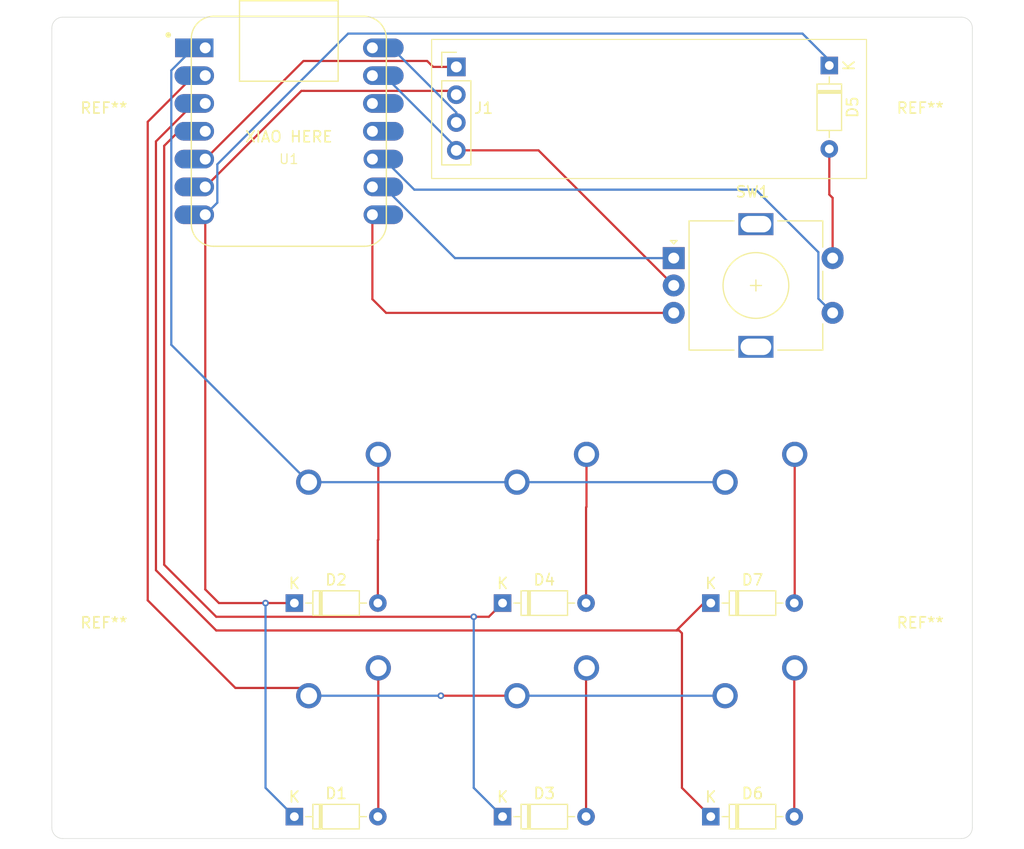
<source format=kicad_pcb>
(kicad_pcb (version 20240108) (generator "pcbnew") (generator_version "8.0")
  (layers (0 "F.Cu" signal) (31 "B.Cu" signal) (34 "B.Paste" user) (35 "F.Paste" user) (36 "B.SilkS" user "B.Silkscreen") (37 "F.SilkS" user "F.Silkscreen") (38 "B.Mask" user) (39 "F.Mask" user) (44 "Edge.Cuts" user))
  (net 0 "")
  (net 1 "Net-(D1-A)")
  (net 2 "ROW0")
  (net 3 "Net-(D2-A)")
  (net 4 "ROW1")
  (net 5 "EC11A")
  (net 6 "EC11SWA")
  (net 7 "GND")
  (net 8 "EC11B")
  (net 9 "COL0")
  (net 10 "COL1")
  (net 11 "Net-(D3-A)")
  (net 12 "Net-(D6-A)")
  (net 13 "VCC")
  (net 15 "Net-(D4-A)")
  (net 16 "SDA")
  (net 17 "SCL")
  (net 18 "COL2")
  (net 19 "ROW2")
  (net 20 "Net-(D7-A)")
  (footprint "Diode_THT:D_DO-35_SOD27_P7.62mm_Horizontal" (layer "F.Cu") (at 155.38 130)
    (property "Reference" "D4" (at 3.81 -2.12 0) (layer "F.SilkS"))
    (property "Value" "D")
    (fp_line (start 1.04 0) (end 1.69 0) (stroke (width 0.12)) (layer "F.SilkS"))
    (fp_line (start 1.69 -1.12) (end 1.69 1.12) (stroke (width 0.12)) (layer "F.SilkS"))
    (fp_line (start 1.69 1.12) (end 5.93 1.12) (stroke (width 0.12)) (layer "F.SilkS"))
    (fp_line (start 2.29 -1.12) (end 2.29 1.12) (stroke (width 0.12)) (layer "F.SilkS"))
    (fp_line (start 2.41 -1.12) (end 2.41 1.12) (stroke (width 0.12)) (layer "F.SilkS"))
    (fp_line (start 2.53 -1.12) (end 2.53 1.12) (stroke (width 0.12)) (layer "F.SilkS"))
    (fp_line (start 5.93 -1.12) (end 1.69 -1.12) (stroke (width 0.12)) (layer "F.SilkS"))
    (fp_line (start 5.93 1.12) (end 5.93 -1.12) (stroke (width 0.12)) (layer "F.SilkS"))
    (fp_line (start 6.58 0) (end 5.93 0) (stroke (width 0.12)) (layer "F.SilkS"))
    (fp_text user "K" (at 0 -1.8 0) (layer "F.SilkS"))
    (pad "1" thru_hole rect (at 0 0) (size 1.6 1.6) (drill 0.8) (layers "*.Cu" "*.Mask") (net 4 "ROW1"))
    (pad "2" thru_hole oval (at 7.62 0) (size 1.6 1.6) (drill 0.8) (layers "*.Cu" "*.Mask") (net 15 "Net-(D4-A)"))
  )
  (footprint "Seeed Studio XIAO Series Library:XIAO-Generic-Hybrid-14P-2.54-21X17.8MM" (layer "F.Cu") (at 135.875 86.92)
    (property "Reference" "U1" (at 0 2.54 0) (layer "F.SilkS") (effects (font (size 0.889 0.889) (thickness 0.1016))))
    (property "Value" "Seeed Studio XIAO RP2040" (hide yes))
    (fp_line (start -8.9 -8.5) (end -8.9 8.5) (stroke (width 0.127)) (layer "F.SilkS"))
    (fp_line (start -6.9 10.5) (end 6.9 10.5) (stroke (width 0.127)) (layer "F.SilkS"))
    (fp_line (start -4.5 -11.92403) (end 4.5 -11.92403) (stroke (width 0.127)) (layer "F.SilkS"))
    (fp_line (start -4.5 -4.57073) (end -4.5 -11.92403) (stroke (width 0.127)) (layer "F.SilkS"))
    (fp_line (start 4.5 -11.92403) (end 4.5 -4.57073) (stroke (width 0.127)) (layer "F.SilkS"))
    (fp_line (start 4.5 -4.57073) (end -4.5 -4.57073) (stroke (width 0.127)) (layer "F.SilkS"))
    (fp_line (start 6.9 -10.49909) (end -6.9 -10.49909) (stroke (width 0.127)) (layer "F.SilkS"))
    (fp_line (start 8.9 8.5) (end 8.9 -8.5) (stroke (width 0.127)) (layer "F.SilkS"))
    (fp_arc (start -8.9 -8.5) (mid -8.301491 -9.901491) (end -6.9 -10.5) (stroke (width 0.12)) (layer "F.SilkS"))
    (fp_arc (start -6.9 10.5) (mid -8.301423 9.901423) (end -8.9 8.5) (stroke (width 0.12)) (layer "F.SilkS"))
    (fp_arc (start 6.9 -10.5) (mid 8.301494 -9.901494) (end 8.9 -8.5) (stroke (width 0.12)) (layer "F.SilkS"))
    (fp_arc (start 8.9 8.5) (mid 8.314214 9.914214) (end 6.9 10.5) (stroke (width 0.12)) (layer "F.SilkS"))
    (fp_circle (center -11 -8.8) (end -11 -9.054) (fill solid) (layer "F.SilkS"))
    (fp_poly (pts (xy -8.887715 -8.561705) (xy -8.884667 -8.610473) (xy -8.880603 -8.659494)) (stroke (width 0.0254)) (fill none) (layer "F.SilkS"))
    (fp_poly (pts (xy 8.889492 8.521574) (xy 8.887713 8.57085) (xy 8.884665 8.619618) (xy 8.880601 8.668639) (xy 8.875268 8.717407) (xy 8.868664 8.766175) (xy 8.861044 8.81469) (xy 8.852153 8.86295) (xy 8.842248 8.910955)) (stroke (width 0.0254)) (fill none) (layer "F.SilkS"))
    (fp_text user "XIAO HERE" (at 0 0.5 0) (layer "F.SilkS"))
    (pad "1" thru_hole rect (at -7.625 -7.62) (size 3.5 1.7) (drill 1 (offset -1 0)) (layers "*.Cu" "*.Mask") (net 10 "COL1"))
    (pad "2" thru_hole oval (at -7.625 -5.08) (size 3.6 1.7) (drill 1 (offset -1 0)) (layers "*.Cu" "*.Mask") (net 9 "COL0"))
    (pad "3" thru_hole oval (at -7.625 -2.54) (size 3.6 1.7) (drill 1 (offset -1 0)) (layers "*.Cu" "*.Mask") (net 19 "ROW2"))
    (pad "4" thru_hole oval (at -7.625 0) (size 3.6 1.7) (drill 1 (offset -1 0)) (layers "*.Cu" "*.Mask") (net 4 "ROW1"))
    (pad "5" thru_hole oval (at -7.625 2.54) (size 3.6 1.7) (drill 1 (offset -1 0)) (layers "*.Cu" "*.Mask") (net 16 "SDA"))
    (pad "6" thru_hole oval (at -7.625 5.08 180) (size 3.6 1.7) (drill 1 (offset 1 0)) (layers "*.Cu" "*.Mask") (net 17 "SCL"))
    (pad "7" thru_hole oval (at -7.625 7.62) (size 3.6 1.7) (drill 1 (offset -1 0)) (layers "*.Cu" "*.Mask") (net 2 "ROW0"))
    (pad "8" thru_hole oval (at 7.625 7.62) (size 3.6 1.7) (drill 1 (offset 1 0)) (layers "*.Cu" "*.Mask") (net 8 "EC11B"))
    (pad "9" thru_hole oval (at 7.625 5.08) (size 3.6 1.7) (drill 1 (offset 1 0)) (layers "*.Cu" "*.Mask") (net 5 "EC11A"))
    (pad "10" thru_hole oval (at 7.625 2.54) (size 3.6 1.7) (drill 1 (offset 1 0)) (layers "*.Cu" "*.Mask") (net 18 "COL2"))
    (pad "11" thru_hole oval (at 7.625 0) (size 3.7 1.7) (drill 1 (offset 1 0)) (layers "*.Cu" "*.Mask"))
    (pad "12" thru_hole oval (at 7.625 -2.54) (size 3.7 1.7) (drill 1 (offset 1 0)) (layers "*.Cu" "*.Mask"))
    (pad "13" thru_hole oval (at 7.625 -5.08) (size 3.7 1.7) (drill 1 (offset 1 0)) (layers "*.Cu" "*.Mask") (net 7 "GND"))
    (pad "14" thru_hole oval (at 7.625 -7.62) (size 3.7 1.7) (drill 1 (offset 1 0)) (layers "*.Cu" "*.Mask") (net 13 "VCC"))
  )
  (footprint "MountingHole:MountingHole_3.2mm_M3" (layer "F.Cu") (at 193.5 136)
    (property "Reference" "REF**" (at 0 -4.2 0) (layer "F.SilkS"))
    (property "Value" "MountingHole_3.2mm_M3")
    (pad "" np_thru_hole circle (at 0 0) (size 3.2 3.2) (drill 3.2) (layers "*.Cu" "*.Mask"))
  )
  (footprint "Diode_THT:D_DO-35_SOD27_P7.62mm_Horizontal" (layer "F.Cu") (at 136.38 149.5)
    (property "Reference" "D1" (at 3.81 -2.12 0) (layer "F.SilkS"))
    (property "Value" "D")
    (fp_line (start 1.04 0) (end 1.69 0) (stroke (width 0.12)) (layer "F.SilkS"))
    (fp_line (start 1.69 -1.12) (end 1.69 1.12) (stroke (width 0.12)) (layer "F.SilkS"))
    (fp_line (start 1.69 1.12) (end 5.93 1.12) (stroke (width 0.12)) (layer "F.SilkS"))
    (fp_line (start 2.29 -1.12) (end 2.29 1.12) (stroke (width 0.12)) (layer "F.SilkS"))
    (fp_line (start 2.41 -1.12) (end 2.41 1.12) (stroke (width 0.12)) (layer "F.SilkS"))
    (fp_line (start 2.53 -1.12) (end 2.53 1.12) (stroke (width 0.12)) (layer "F.SilkS"))
    (fp_line (start 5.93 -1.12) (end 1.69 -1.12) (stroke (width 0.12)) (layer "F.SilkS"))
    (fp_line (start 5.93 1.12) (end 5.93 -1.12) (stroke (width 0.12)) (layer "F.SilkS"))
    (fp_line (start 6.58 0) (end 5.93 0) (stroke (width 0.12)) (layer "F.SilkS"))
    (fp_text user "K" (at 0 -1.8 0) (layer "F.SilkS"))
    (pad "1" thru_hole rect (at 0 0) (size 1.6 1.6) (drill 0.8) (layers "*.Cu" "*.Mask") (net 2 "ROW0"))
    (pad "2" thru_hole oval (at 7.62 0) (size 1.6 1.6) (drill 0.8) (layers "*.Cu" "*.Mask") (net 1 "Net-(D1-A)"))
  )
  (footprint "Connector_PinHeader_2.54mm:PinHeader_1x04_P2.54mm_Vertical" (layer "F.Cu") (at 151.160138 81.039999)
    (property "Reference" "J1" (at 2.489 3.768 0) (layer "F.SilkS"))
    (property "Value" "OLED_DISPLAY")
    (fp_line (start -1.33 -1.33) (end 0 -1.33) (stroke (width 0.12)) (layer "F.SilkS"))
    (fp_line (start -1.33 0) (end -1.33 -1.33) (stroke (width 0.12)) (layer "F.SilkS"))
    (fp_line (start -1.33 1.27) (end -1.33 8.95) (stroke (width 0.12)) (layer "F.SilkS"))
    (fp_line (start -1.33 1.27) (end 1.33 1.27) (stroke (width 0.12)) (layer "F.SilkS"))
    (fp_line (start -1.33 8.95) (end 1.33 8.95) (stroke (width 0.12)) (layer "F.SilkS"))
    (fp_line (start 1.33 1.27) (end 1.33 8.95) (stroke (width 0.12)) (layer "F.SilkS"))
    (pad "1" thru_hole rect (at 0 0) (size 1.7 1.7) (drill 1) (layers "*.Cu" "*.Mask") (net 16 "SDA"))
    (pad "2" thru_hole oval (at 0 2.54) (size 1.7 1.7) (drill 1) (layers "*.Cu" "*.Mask") (net 17 "SCL"))
    (pad "3" thru_hole oval (at 0 5.08) (size 1.7 1.7) (drill 1) (layers "*.Cu" "*.Mask") (net 13 "VCC"))
    (pad "4" thru_hole oval (at 0 7.62) (size 1.7 1.7) (drill 1) (layers "*.Cu" "*.Mask") (net 7 "GND"))
  )
  (footprint "MX_Solderable:MX-Solderable-1U" (layer "F.Cu") (at 179.5 141)
    (property "Reference" "SW6")
    (property "Value" "SW_Push_45deg")
    (pad "" np_thru_hole circle (at -5.08 0 48.099) (size 1.7018 1.7018) (drill 1.7018) (layers "F&B.Cu" "*.Mask"))
    (pad "" np_thru_hole circle (at 0 0) (size 3.9878 3.9878) (drill 3.9878) (layers "*.Cu" "*.Mask"))
    (pad "" np_thru_hole circle (at 5.08 0 48.099) (size 1.7018 1.7018) (drill 1.7018) (layers "F&B.Cu" "*.Mask"))
    (pad "1" thru_hole circle (at -3.81 -2.54) (size 2.3 2.3) (drill 1.524) (layers "*.Cu" "B.Mask") (net 9 "COL0"))
    (pad "2" thru_hole circle (at 2.54 -5.08) (size 2.3 2.3) (drill 1.524) (layers "*.Cu" "B.Mask") (net 12 "Net-(D6-A)"))
  )
  (footprint "MX_Solderable:MX-Solderable-1U" (layer "F.Cu") (at 160.5 121.5)
    (property "Reference" "SW4")
    (property "Value" "SW_Push_45deg")
    (pad "" np_thru_hole circle (at -5.08 0 48.099) (size 1.7018 1.7018) (drill 1.7018) (layers "F&B.Cu" "*.Mask"))
    (pad "" np_thru_hole circle (at 0 0) (size 3.9878 3.9878) (drill 3.9878) (layers "*.Cu" "*.Mask"))
    (pad "" np_thru_hole circle (at 5.08 0 48.099) (size 1.7018 1.7018) (drill 1.7018) (layers "F&B.Cu" "*.Mask"))
    (pad "1" thru_hole circle (at -3.81 -2.54) (size 2.3 2.3) (drill 1.524) (layers "*.Cu" "B.Mask") (net 10 "COL1"))
    (pad "2" thru_hole circle (at 2.54 -5.08) (size 2.3 2.3) (drill 1.524) (layers "*.Cu" "B.Mask") (net 15 "Net-(D4-A)"))
  )
  (footprint "MX_Solderable:MX-Solderable-1U" (layer "F.Cu") (at 141.5 121.5)
    (property "Reference" "SW5")
    (property "Value" "SW_Push_45deg")
    (pad "" np_thru_hole circle (at -5.08 0 48.099) (size 1.7018 1.7018) (drill 1.7018) (layers "F&B.Cu" "*.Mask"))
    (pad "" np_thru_hole circle (at 0 0) (size 3.9878 3.9878) (drill 3.9878) (layers "*.Cu" "*.Mask"))
    (pad "" np_thru_hole circle (at 5.08 0 48.099) (size 1.7018 1.7018) (drill 1.7018) (layers "F&B.Cu" "*.Mask"))
    (pad "1" thru_hole circle (at -3.81 -2.54) (size 2.3 2.3) (drill 1.524) (layers "*.Cu" "B.Mask") (net 10 "COL1"))
    (pad "2" thru_hole circle (at 2.54 -5.08) (size 2.3 2.3) (drill 1.524) (layers "*.Cu" "B.Mask") (net 3 "Net-(D2-A)"))
  )
  (footprint "MountingHole:MountingHole_3.2mm_M3" (layer "F.Cu") (at 193.5 89)
    (property "Reference" "REF**" (at 0 -4.2 0) (layer "F.SilkS"))
    (property "Value" "MountingHole_3.2mm_M3")
    (pad "" np_thru_hole circle (at 0 0) (size 3.2 3.2) (drill 3.2) (layers "*.Cu" "*.Mask"))
  )
  (footprint "Diode_THT:D_DO-35_SOD27_P7.62mm_Horizontal" (layer "F.Cu") (at 174.38 130)
    (property "Reference" "D7" (at 3.81 -2.12 0) (layer "F.SilkS"))
    (property "Value" "D")
    (fp_line (start 1.04 0) (end 1.69 0) (stroke (width 0.12)) (layer "F.SilkS"))
    (fp_line (start 1.69 -1.12) (end 1.69 1.12) (stroke (width 0.12)) (layer "F.SilkS"))
    (fp_line (start 1.69 1.12) (end 5.93 1.12) (stroke (width 0.12)) (layer "F.SilkS"))
    (fp_line (start 2.29 -1.12) (end 2.29 1.12) (stroke (width 0.12)) (layer "F.SilkS"))
    (fp_line (start 2.41 -1.12) (end 2.41 1.12) (stroke (width 0.12)) (layer "F.SilkS"))
    (fp_line (start 2.53 -1.12) (end 2.53 1.12) (stroke (width 0.12)) (layer "F.SilkS"))
    (fp_line (start 5.93 -1.12) (end 1.69 -1.12) (stroke (width 0.12)) (layer "F.SilkS"))
    (fp_line (start 5.93 1.12) (end 5.93 -1.12) (stroke (width 0.12)) (layer "F.SilkS"))
    (fp_line (start 6.58 0) (end 5.93 0) (stroke (width 0.12)) (layer "F.SilkS"))
    (fp_text user "K" (at 0 -1.8 0) (layer "F.SilkS"))
    (pad "1" thru_hole rect (at 0 0) (size 1.6 1.6) (drill 0.8) (layers "*.Cu" "*.Mask") (net 19 "ROW2"))
    (pad "2" thru_hole oval (at 7.62 0) (size 1.6 1.6) (drill 0.8) (layers "*.Cu" "*.Mask") (net 20 "Net-(D7-A)"))
  )
  (footprint "MountingHole:MountingHole_3.2mm_M3" (layer "F.Cu") (at 119 89)
    (property "Reference" "REF**" (at 0 -4.2 0) (layer "F.SilkS"))
    (property "Value" "MountingHole_3.2mm_M3")
    (pad "" np_thru_hole circle (at 0 0) (size 3.2 3.2) (drill 3.2) (layers "*.Cu" "*.Mask"))
  )
  (footprint "Diode_THT:D_DO-35_SOD27_P7.62mm_Horizontal" (layer "F.Cu") (at 136.38 130)
    (property "Reference" "D2" (at 3.81 -2.12 0) (layer "F.SilkS"))
    (property "Value" "D")
    (fp_line (start 1.04 0) (end 1.69 0) (stroke (width 0.12)) (layer "F.SilkS"))
    (fp_line (start 1.69 -1.12) (end 1.69 1.12) (stroke (width 0.12)) (layer "F.SilkS"))
    (fp_line (start 1.69 1.12) (end 5.93 1.12) (stroke (width 0.12)) (layer "F.SilkS"))
    (fp_line (start 2.29 -1.12) (end 2.29 1.12) (stroke (width 0.12)) (layer "F.SilkS"))
    (fp_line (start 2.41 -1.12) (end 2.41 1.12) (stroke (width 0.12)) (layer "F.SilkS"))
    (fp_line (start 2.53 -1.12) (end 2.53 1.12) (stroke (width 0.12)) (layer "F.SilkS"))
    (fp_line (start 5.93 -1.12) (end 1.69 -1.12) (stroke (width 0.12)) (layer "F.SilkS"))
    (fp_line (start 5.93 1.12) (end 5.93 -1.12) (stroke (width 0.12)) (layer "F.SilkS"))
    (fp_line (start 6.58 0) (end 5.93 0) (stroke (width 0.12)) (layer "F.SilkS"))
    (fp_text user "K" (at 0 -1.8 0) (layer "F.SilkS"))
    (pad "1" thru_hole rect (at 0 0) (size 1.6 1.6) (drill 0.8) (layers "*.Cu" "*.Mask") (net 2 "ROW0"))
    (pad "2" thru_hole oval (at 7.62 0) (size 1.6 1.6) (drill 0.8) (layers "*.Cu" "*.Mask") (net 3 "Net-(D2-A)"))
  )
  (footprint "Rotary_Encoder:RotaryEncoder_Alps_EC11E-Switch_Vertical_H20mm" (layer "F.Cu") (at 171 98.5)
    (property "Reference" "SW1" (at 7.179 -6.05275 0) (layer "F.SilkS"))
    (property "Value" "RotaryEncoder_Switch")
    (fp_line (start -0.3 -1.6) (end 0.3 -1.6) (stroke (width 0.12)) (layer "F.SilkS"))
    (fp_line (start 0 -1.3) (end -0.3 -1.6) (stroke (width 0.12)) (layer "F.SilkS"))
    (fp_line (start 0.3 -1.6) (end 0 -1.3) (stroke (width 0.12)) (layer "F.SilkS"))
    (fp_line (start 1.4 -3.4) (end 1.4 8.4) (stroke (width 0.12)) (layer "F.SilkS"))
    (fp_line (start 5.5 -3.4) (end 1.4 -3.4) (stroke (width 0.12)) (layer "F.SilkS"))
    (fp_line (start 5.5 8.4) (end 1.4 8.4) (stroke (width 0.12)) (layer "F.SilkS"))
    (fp_line (start 7 2.5) (end 8 2.5) (stroke (width 0.12)) (layer "F.SilkS"))
    (fp_line (start 7.5 2) (end 7.5 3) (stroke (width 0.12)) (layer "F.SilkS"))
    (fp_line (start 9.5 -3.4) (end 13.6 -3.4) (stroke (width 0.12)) (layer "F.SilkS"))
    (fp_line (start 13.6 -3.4) (end 13.6 -1) (stroke (width 0.12)) (layer "F.SilkS"))
    (fp_line (start 13.6 1.2) (end 13.6 3.8) (stroke (width 0.12)) (layer "F.SilkS"))
    (fp_line (start 13.6 6) (end 13.6 8.4) (stroke (width 0.12)) (layer "F.SilkS"))
    (fp_line (start 13.6 8.4) (end 9.5 8.4) (stroke (width 0.12)) (layer "F.SilkS"))
    (fp_circle (center 7.5 2.5) (end 10.5 2.5) (stroke (width 0.12)) (fill none) (layer "F.SilkS"))
    (pad "A" thru_hole rect (at 0 0) (size 2 2) (drill 1) (layers "*.Cu" "*.Mask") (net 5 "EC11A"))
    (pad "B" thru_hole circle (at 0 5) (size 2 2) (drill 1) (layers "*.Cu" "*.Mask") (net 8 "EC11B"))
    (pad "C" thru_hole circle (at 0 2.5) (size 2 2) (drill 1) (layers "*.Cu" "*.Mask") (net 7 "GND"))
    (pad "MP" thru_hole rect (at 7.5 -3.1) (size 3.2 2) (drill oval 2.8 1.5) (layers "*.Cu" "*.Mask"))
    (pad "MP" thru_hole rect (at 7.5 8.1) (size 3.2 2) (drill oval 2.8 1.5) (layers "*.Cu" "*.Mask"))
    (pad "S1" thru_hole circle (at 14.5 5) (size 2 2) (drill 1) (layers "*.Cu" "*.Mask") (net 18 "COL2"))
    (pad "S2" thru_hole circle (at 14.5 0) (size 2 2) (drill 1) (layers "*.Cu" "*.Mask") (net 6 "EC11SWA"))
  )
  (footprint "MX_Solderable:MX-Solderable-1U" (layer "F.Cu") (at 179.5 121.5)
    (property "Reference" "SW7")
    (property "Value" "SW_Push_45deg")
    (pad "" np_thru_hole circle (at -5.08 0 48.099) (size 1.7018 1.7018) (drill 1.7018) (layers "F&B.Cu" "*.Mask"))
    (pad "" np_thru_hole circle (at 0 0) (size 3.9878 3.9878) (drill 3.9878) (layers "*.Cu" "*.Mask"))
    (pad "" np_thru_hole circle (at 5.08 0 48.099) (size 1.7018 1.7018) (drill 1.7018) (layers "F&B.Cu" "*.Mask"))
    (pad "1" thru_hole circle (at -3.81 -2.54) (size 2.3 2.3) (drill 1.524) (layers "*.Cu" "B.Mask") (net 10 "COL1"))
    (pad "2" thru_hole circle (at 2.54 -5.08) (size 2.3 2.3) (drill 1.524) (layers "*.Cu" "B.Mask") (net 20 "Net-(D7-A)"))
  )
  (footprint "MountingHole:MountingHole_3.2mm_M3" (layer "F.Cu") (at 119 136)
    (property "Reference" "REF**" (at 0 -4.2 0) (layer "F.SilkS"))
    (property "Value" "MountingHole_3.2mm_M3")
    (pad "" np_thru_hole circle (at 0 0) (size 3.2 3.2) (drill 3.2) (layers "*.Cu" "*.Mask"))
  )
  (footprint "Diode_THT:D_DO-35_SOD27_P7.62mm_Horizontal" (layer "F.Cu") (at 155.38 149.5)
    (property "Reference" "D3" (at 3.81 -2.12 0) (layer "F.SilkS"))
    (property "Value" "D")
    (fp_line (start 1.04 0) (end 1.69 0) (stroke (width 0.12)) (layer "F.SilkS"))
    (fp_line (start 1.69 -1.12) (end 1.69 1.12) (stroke (width 0.12)) (layer "F.SilkS"))
    (fp_line (start 1.69 1.12) (end 5.93 1.12) (stroke (width 0.12)) (layer "F.SilkS"))
    (fp_line (start 2.29 -1.12) (end 2.29 1.12) (stroke (width 0.12)) (layer "F.SilkS"))
    (fp_line (start 2.41 -1.12) (end 2.41 1.12) (stroke (width 0.12)) (layer "F.SilkS"))
    (fp_line (start 2.53 -1.12) (end 2.53 1.12) (stroke (width 0.12)) (layer "F.SilkS"))
    (fp_line (start 5.93 -1.12) (end 1.69 -1.12) (stroke (width 0.12)) (layer "F.SilkS"))
    (fp_line (start 5.93 1.12) (end 5.93 -1.12) (stroke (width 0.12)) (layer "F.SilkS"))
    (fp_line (start 6.58 0) (end 5.93 0) (stroke (width 0.12)) (layer "F.SilkS"))
    (fp_text user "K" (at 0 -1.8 0) (layer "F.SilkS"))
    (pad "1" thru_hole rect (at 0 0) (size 1.6 1.6) (drill 0.8) (layers "*.Cu" "*.Mask") (net 4 "ROW1"))
    (pad "2" thru_hole oval (at 7.62 0) (size 1.6 1.6) (drill 0.8) (layers "*.Cu" "*.Mask") (net 11 "Net-(D3-A)"))
  )
  (footprint "Diode_THT:D_DO-35_SOD27_P7.62mm_Horizontal" (layer "F.Cu") (at 185.196138 80.912999 -90)
    (property "Reference" "D5" (at 3.81 -2.12 90) (layer "F.SilkS"))
    (property "Value" "D")
    (fp_line (start 1.69 1.12) (end 5.93 1.12) (stroke (width 0.12)) (layer "F.SilkS"))
    (fp_line (start 5.93 1.12) (end 5.93 -1.12) (stroke (width 0.12)) (layer "F.SilkS"))
    (fp_line (start 1.04 0) (end 1.69 0) (stroke (width 0.12)) (layer "F.SilkS"))
    (fp_line (start 6.58 0) (end 5.93 0) (stroke (width 0.12)) (layer "F.SilkS"))
    (fp_line (start 1.69 -1.12) (end 1.69 1.12) (stroke (width 0.12)) (layer "F.SilkS"))
    (fp_line (start 2.29 -1.12) (end 2.29 1.12) (stroke (width 0.12)) (layer "F.SilkS"))
    (fp_line (start 2.41 -1.12) (end 2.41 1.12) (stroke (width 0.12)) (layer "F.SilkS"))
    (fp_line (start 2.53 -1.12) (end 2.53 1.12) (stroke (width 0.12)) (layer "F.SilkS"))
    (fp_line (start 5.93 -1.12) (end 1.69 -1.12) (stroke (width 0.12)) (layer "F.SilkS"))
    (fp_text user "K" (at 0 -1.8 90) (layer "F.SilkS"))
    (pad "1" thru_hole rect (at 0 0 270) (size 1.6 1.6) (drill 0.8) (layers "*.Cu" "*.Mask") (net 2 "ROW0"))
    (pad "2" thru_hole oval (at 7.62 0 270) (size 1.6 1.6) (drill 0.8) (layers "*.Cu" "*.Mask") (net 6 "EC11SWA"))
  )
  (footprint "MX_Solderable:MX-Solderable-1U" (layer "F.Cu") (at 160.5 141)
    (property "Reference" "SW3")
    (property "Value" "SW_Push_45deg")
    (pad "" np_thru_hole circle (at -5.08 0 48.099) (size 1.7018 1.7018) (drill 1.7018) (layers "F&B.Cu" "*.Mask"))
    (pad "" np_thru_hole circle (at 0 0) (size 3.9878 3.9878) (drill 3.9878) (layers "*.Cu" "*.Mask"))
    (pad "" np_thru_hole circle (at 5.08 0 48.099) (size 1.7018 1.7018) (drill 1.7018) (layers "F&B.Cu" "*.Mask"))
    (pad "1" thru_hole circle (at -3.81 -2.54) (size 2.3 2.3) (drill 1.524) (layers "*.Cu" "B.Mask") (net 9 "COL0"))
    (pad "2" thru_hole circle (at 2.54 -5.08) (size 2.3 2.3) (drill 1.524) (layers "*.Cu" "B.Mask") (net 11 "Net-(D3-A)"))
  )
  (footprint "Diode_THT:D_DO-35_SOD27_P7.62mm_Horizontal" (layer "F.Cu") (at 174.38 149.5)
    (property "Reference" "D6" (at 3.81 -2.12 0) (layer "F.SilkS"))
    (property "Value" "D")
    (fp_line (start 1.04 0) (end 1.69 0) (stroke (width 0.12)) (layer "F.SilkS"))
    (fp_line (start 1.69 -1.12) (end 1.69 1.12) (stroke (width 0.12)) (layer "F.SilkS"))
    (fp_line (start 1.69 1.12) (end 5.93 1.12) (stroke (width 0.12)) (layer "F.SilkS"))
    (fp_line (start 2.29 -1.12) (end 2.29 1.12) (stroke (width 0.12)) (layer "F.SilkS"))
    (fp_line (start 2.41 -1.12) (end 2.41 1.12) (stroke (width 0.12)) (layer "F.SilkS"))
    (fp_line (start 2.53 -1.12) (end 2.53 1.12) (stroke (width 0.12)) (layer "F.SilkS"))
    (fp_line (start 5.93 -1.12) (end 1.69 -1.12) (stroke (width 0.12)) (layer "F.SilkS"))
    (fp_line (start 5.93 1.12) (end 5.93 -1.12) (stroke (width 0.12)) (layer "F.SilkS"))
    (fp_line (start 6.58 0) (end 5.93 0) (stroke (width 0.12)) (layer "F.SilkS"))
    (fp_text user "K" (at 0 -1.8 0) (layer "F.SilkS"))
    (pad "1" thru_hole rect (at 0 0) (size 1.6 1.6) (drill 0.8) (layers "*.Cu" "*.Mask") (net 19 "ROW2"))
    (pad "2" thru_hole oval (at 7.62 0) (size 1.6 1.6) (drill 0.8) (layers "*.Cu" "*.Mask") (net 12 "Net-(D6-A)"))
  )
  (footprint "MX_Solderable:MX-Solderable-1U" (layer "F.Cu") (at 141.5 141)
    (property "Reference" "SW2")
    (property "Value" "SW_Push_45deg")
    (pad "" np_thru_hole circle (at -5.08 0 48.099) (size 1.7018 1.7018) (drill 1.7018) (layers "F&B.Cu" "*.Mask"))
    (pad "" np_thru_hole circle (at 0 0) (size 3.9878 3.9878) (drill 3.9878) (layers "*.Cu" "*.Mask"))
    (pad "" np_thru_hole circle (at 5.08 0 48.099) (size 1.7018 1.7018) (drill 1.7018) (layers "F&B.Cu" "*.Mask"))
    (pad "1" thru_hole circle (at -3.81 -2.54) (size 2.3 2.3) (drill 1.524) (layers "*.Cu" "B.Mask") (net 9 "COL0"))
    (pad "2" thru_hole circle (at 2.54 -5.08) (size 2.3 2.3) (drill 1.524) (layers "*.Cu" "B.Mask") (net 1 "Net-(D1-A)"))
  )
  (gr_rect (start 148.905888 78.531749) (end 188.593388 91.231749) (stroke (width 0.1)) (fill none) (layer "F.SilkS"))
  (gr_line (start 198.25 150.5) (end 198.25 77.5) (stroke (width 0.05)) (layer "Edge.Cuts"))
  (gr_arc (start 198.25 150.5) (mid 197.957107 151.207107) (end 197.25 151.5) (stroke (width 0.05)) (layer "Edge.Cuts"))
  (gr_line (start 197.25 151.5) (end 115.25 151.5) (stroke (width 0.05)) (layer "Edge.Cuts"))
  (gr_line (start 197.25 76.5) (end 115.25 76.5) (stroke (width 0.05)) (layer "Edge.Cuts"))
  (gr_line (start 114.25 77.5) (end 114.25 150.5) (stroke (width 0.05)) (layer "Edge.Cuts"))
  (gr_arc (start 115.25 151.5) (mid 114.542893 151.207107) (end 114.25 150.5) (stroke (width 0.05)) (layer "Edge.Cuts"))
  (gr_arc (start 197.25 76.5) (mid 197.957107 76.792893) (end 198.25 77.5) (stroke (width 0.05)) (layer "Edge.Cuts"))
  (gr_arc (start 114.25 77.5) (mid 114.542893 76.792893) (end 115.25 76.5) (stroke (width 0.05)) (layer "Edge.Cuts"))
  (segment (start 144.04 135.92) (end 144.04 149.46) (width 0.2) (layer "F.Cu") (net 1))
  (segment (start 144.04 149.46) (end 144 149.5) (width 0.2) (layer "B.Cu") (net 1))
  (segment (start 128.25 94.54) (end 128.25 128.75) (width 0.2) (layer "F.Cu") (net 2))
  (segment (start 129.5 130) (end 136.38 130) (width 0.2) (layer "F.Cu") (net 2))
  (segment (start 128.25 128.75) (end 129.5 130) (width 0.2) (layer "F.Cu") (net 2))
  (via (at 133.75 130) (size 0.6) (drill 0.3) (layers "F.Cu" "B.Cu") (net 2))
  (segment (start 133.75 146.87) (end 136.38 149.5) (width 0.2) (layer "B.Cu") (net 2))
  (segment (start 129.35 93.44) (end 128.25 94.54) (width 0.2) (layer "B.Cu") (net 2))
  (segment (start 141.286346 78) (end 129.35 89.936346) (width 0.2) (layer "B.Cu") (net 2))
  (segment (start 185.196138 80.912999) (end 185.196138 80.446138) (width 0.2) (layer "B.Cu") (net 2))
  (segment (start 182.75 78) (end 141.286346 78) (width 0.2) (layer "B.Cu") (net 2))
  (segment (start 129.35 89.936346) (end 129.35 93.44) (width 0.2) (layer "B.Cu") (net 2))
  (segment (start 133.75 130) (end 133.75 146.87) (width 0.2) (layer "B.Cu") (net 2))
  (segment (start 185.196138 80.446138) (end 182.75 78) (width 0.2) (layer "B.Cu") (net 2))
  (segment (start 144 130) (end 144 124.25) (width 0.2) (layer "F.Cu") (net 3))
  (segment (start 144 124.25) (end 144.04 124.21) (width 0.2) (layer "F.Cu") (net 3))
  (segment (start 144.04 124.21) (end 144.04 116.42) (width 0.2) (layer "F.Cu") (net 3))
  (segment (start 124.5 126.5) (end 129.25 131.25) (width 0.2) (layer "F.Cu") (net 4))
  (segment (start 125.83 86.92) (end 124.5 88.25) (width 0.2) (layer "F.Cu") (net 4))
  (segment (start 154.13 131.25) (end 155.38 130) (width 0.2) (layer "F.Cu") (net 4))
  (segment (start 124.5 88.25) (end 124.5 126.5) (width 0.2) (layer "F.Cu") (net 4))
  (segment (start 128.25 86.92) (end 125.83 86.92) (width 0.2) (layer "F.Cu") (net 4))
  (segment (start 129.25 131.25) (end 154.13 131.25) (width 0.2) (layer "F.Cu") (net 4))
  (via (at 152.75 131.25) (size 0.6) (drill 0.3) (layers "F.Cu" "B.Cu") (net 4))
  (segment (start 152.75 131.25) (end 152.75 146.87) (width 0.2) (layer "B.Cu") (net 4))
  (segment (start 152.75 146.87) (end 155.38 149.5) (width 0.2) (layer "B.Cu") (net 4))
  (segment (start 151.036346 98.5) (end 171 98.5) (width 0.2) (layer "B.Cu") (net 5))
  (segment (start 143.5 92) (end 144.536346 92) (width 0.2) (layer "B.Cu") (net 5))
  (segment (start 144.536346 92) (end 151.036346 98.5) (width 0.2) (layer "B.Cu") (net 5))
  (segment (start 185.196138 88.532999) (end 185.196138 92.696138) (width 0.2) (layer "F.Cu") (net 6))
  (segment (start 185.5 93) (end 185.5 98.5) (width 0.2) (layer "F.Cu") (net 6))
  (segment (start 185.196138 92.696138) (end 185.5 93) (width 0.2) (layer "F.Cu") (net 6))
  (segment (start 158.659999 88.659999) (end 171 101) (width 0.2) (layer "F.Cu") (net 7))
  (segment (start 151.160138 88.659999) (end 158.659999 88.659999) (width 0.2) (layer "F.Cu") (net 7))
  (segment (start 143.5 81.84) (end 144.586346 81.84) (width 0.2) (layer "B.Cu") (net 7))
  (segment (start 151.160138 88.413792) (end 151.160138 88.659999) (width 0.2) (layer "B.Cu") (net 7))
  (segment (start 144.586346 81.84) (end 151.160138 88.413792) (width 0.2) (layer "B.Cu") (net 7))
  (segment (start 144.75 103.5) (end 171 103.5) (width 0.2) (layer "F.Cu") (net 8))
  (segment (start 143.5 102.25) (end 144.75 103.5) (width 0.2) (layer "F.Cu") (net 8))
  (segment (start 143.5 94.54) (end 143.5 102.25) (width 0.2) (layer "F.Cu") (net 8))
  (segment (start 127.213654 81.84) (end 128.25 81.84) (width 0.2) (layer "F.Cu") (net 9))
  (segment (start 137.69 138.46) (end 136.98 137.75) (width 0.2) (layer "F.Cu") (net 9))
  (segment (start 156.69 138.46) (end 149.75 138.46) (width 0.2) (layer "F.Cu") (net 9))
  (segment (start 136.98 137.75) (end 131 137.75) (width 0.2) (layer "F.Cu") (net 9))
  (segment (start 123 129.75) (end 123 86.053654) (width 0.2) (layer "F.Cu") (net 9))
  (segment (start 131 137.75) (end 123 129.75) (width 0.2) (layer "F.Cu") (net 9))
  (segment (start 123 86.053654) (end 127.213654 81.84) (width 0.2) (layer "F.Cu") (net 9))
  (via (at 149.75 138.46) (size 0.6) (drill 0.3) (layers "F.Cu" "B.Cu") (net 9))
  (segment (start 175.69 138.46) (end 156.69 138.46) (width 0.2) (layer "B.Cu") (net 9))
  (segment (start 149.75 138.46) (end 137.69 138.46) (width 0.2) (layer "B.Cu") (net 9))
  (segment (start 175.69 118.96) (end 156.69 118.96) (width 0.2) (layer "B.Cu") (net 10))
  (segment (start 125.15 106.42) (end 125.15 81.363654) (width 0.2) (layer "B.Cu") (net 10))
  (segment (start 137.69 118.96) (end 156.69 118.96) (width 0.2) (layer "B.Cu") (net 10))
  (segment (start 137.69 118.96) (end 125.15 106.42) (width 0.2) (layer "B.Cu") (net 10))
  (segment (start 127.213654 79.3) (end 128.25 79.3) (width 0.2) (layer "B.Cu") (net 10))
  (segment (start 125.15 81.363654) (end 127.213654 79.3) (width 0.2) (layer "B.Cu") (net 10))
  (segment (start 163 135.96) (end 163.04 135.92) (width 0.2) (layer "F.Cu") (net 11))
  (segment (start 163 149.5) (end 163 135.96) (width 0.2) (layer "F.Cu") (net 11))
  (segment (start 182 135.96) (end 182 149.5) (width 0.2) (layer "F.Cu") (net 12))
  (segment (start 182.04 135.92) (end 182 135.96) (width 0.2) (layer "F.Cu") (net 12))
  (segment (start 151.160138 85.206345) (end 151.160138 86.119999) (width 0.2) (layer "B.Cu") (net 13))
  (segment (start 145.253793 79.3) (end 151.160138 85.206345) (width 0.2) (layer "B.Cu") (net 13))
  (segment (start 143.5 79.3) (end 145.253793 79.3) (width 0.2) (layer "B.Cu") (net 13))
  (segment (start 163 130) (end 163 121.25) (width 0.2) (layer "F.Cu") (net 15))
  (segment (start 163 121.25) (end 163.04 121.21) (width 0.2) (layer "F.Cu") (net 15))
  (segment (start 163.04 121.21) (end 163.04 116.42) (width 0.2) (layer "F.Cu") (net 15))
  (segment (start 148.5 80.5) (end 137.21 80.5) (width 0.2) (layer "F.Cu") (net 16))
  (segment (start 149.039999 81.039999) (end 148.5 80.5) (width 0.2) (layer "F.Cu") (net 16))
  (segment (start 151.160138 81.039999) (end 149.039999 81.039999) (width 0.2) (layer "F.Cu") (net 16))
  (segment (start 137.21 80.5) (end 128.25 89.46) (width 0.2) (layer "F.Cu") (net 16))
  (segment (start 150.810139 83.23) (end 151.160138 83.579999) (width 0.2) (layer "F.Cu") (net 17))
  (segment (start 137.02 83.23) (end 128.27 91.98) (width 0.2) (layer "F.Cu") (net 17))
  (segment (start 137.25 83.23) (end 137.02 83.23) (width 0.2) (layer "F.Cu") (net 17))
  (segment (start 137.25 83.23) (end 150.810139 83.23) (width 0.2) (layer "F.Cu") (net 17))
  (segment (start 178.488478 92.25) (end 184.2 97.961522) (width 0.2) (layer "B.Cu") (net 18))
  (segment (start 147.326346 92.25) (end 178.488478 92.25) (width 0.2) (layer "B.Cu") (net 18))
  (segment (start 184.2 97.961522) (end 184.2 102.2) (width 0.2) (layer "B.Cu") (net 18))
  (segment (start 143.5 89.46) (end 144.536346 89.46) (width 0.2) (layer "B.Cu") (net 18))
  (segment (start 144.536346 89.46) (end 147.326346 92.25) (width 0.2) (layer "B.Cu") (net 18))
  (segment (start 184.2 102.2) (end 185.5 103.5) (width 0.2) (layer "B.Cu") (net 18))
  (segment (start 129.25 132.5) (end 171.25 132.5) (width 0.2) (layer "F.Cu") (net 19))
  (segment (start 171.75 146.87) (end 174.38 149.5) (width 0.2) (layer "F.Cu") (net 19))
  (segment (start 171.75 132.75) (end 171.75 146.87) (width 0.2) (layer "F.Cu") (net 19))
  (segment (start 171.25 132.5) (end 173.75 130) (width 0.2) (layer "F.Cu") (net 19))
  (segment (start 171.25 132.5) (end 171.5 132.5) (width 0.2) (layer "F.Cu") (net 19))
  (segment (start 127.213654 84.38) (end 123.75 87.843654) (width 0.2) (layer "F.Cu") (net 19))
  (segment (start 123.75 127) (end 129.25 132.5) (width 0.2) (layer "F.Cu") (net 19))
  (segment (start 173.75 130) (end 174.38 130) (width 0.2) (layer "F.Cu") (net 19))
  (segment (start 123.75 87.843654) (end 123.75 127) (width 0.2) (layer "F.Cu") (net 19))
  (segment (start 171.5 132.5) (end 171.75 132.75) (width 0.2) (layer "F.Cu") (net 19))
  (segment (start 128.25 84.38) (end 127.213654 84.38) (width 0.2) (layer "B.Cu") (net 19))
  (segment (start 182.04 116.42) (end 182.04 129.96) (width 0.2) (layer "F.Cu") (net 20))
  (segment (start 182.04 129.96) (end 182 130) (width 0.2) (layer "F.Cu") (net 20))
)
</source>
